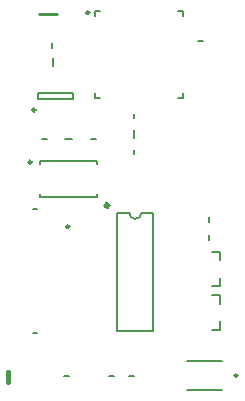
<source format=gto>
%TF.GenerationSoftware,Altium Limited,Altium Designer,23.2.1 (34)*%
G04 Layer_Color=65535*
%FSLAX45Y45*%
%MOMM*%
%TF.SameCoordinates,A812FC76-EFF7-42A6-A9F1-56CA2D28D9A5*%
%TF.FilePolarity,Positive*%
%TF.FileFunction,Legend,Top*%
%TF.Part,Single*%
G01*
G75*
%TA.AperFunction,NonConductor*%
%ADD38C,0.25000*%
%ADD39C,0.45720*%
%ADD40C,0.20320*%
%ADD41C,0.20000*%
%ADD42C,0.15000*%
%ADD43C,0.40000*%
%ADD44C,0.25400*%
D38*
X914270Y-470500D02*
G03*
X914270Y-470500I-12500J0D01*
G01*
X2169800Y-3543300D02*
G03*
X2169800Y-3543300I-12500J0D01*
G01*
X747500Y-2283200D02*
G03*
X747500Y-2283200I-12500J0D01*
G01*
X426600Y-1737100D02*
G03*
X426600Y-1737100I-12500J0D01*
G01*
X458900Y-1295400D02*
G03*
X458900Y-1295400I-12500J0D01*
G01*
D39*
X1075310Y-2103600D02*
G03*
X1075310Y-2103600I-10920J0D01*
G01*
D40*
X1254889Y-2167000D02*
G03*
X1305690Y-2217800I50800J0D01*
G01*
Y-2217800D02*
G03*
X1356490Y-2167000I0J50800D01*
G01*
X1153290Y-2167000D02*
X1254890D01*
X1356490D02*
X1458090D01*
D41*
X966770Y-1195500D02*
X1009270D01*
X966770D02*
Y-1153000D01*
X1664270Y-1195500D02*
X1706770D01*
Y-1153000D01*
Y-498000D02*
Y-455500D01*
X1664270D02*
X1706770D01*
X966770D02*
X1009270D01*
X966770Y-498000D02*
Y-455500D01*
X1742300Y-3668300D02*
X2042300D01*
X1742300Y-3418300D02*
X2042300D01*
X2020800Y-2569100D02*
Y-2496600D01*
X1955800D02*
X2020800D01*
Y-2786600D02*
Y-2714100D01*
X1955800Y-2786600D02*
X2020800D01*
Y-2937400D02*
Y-2864900D01*
X1955800D02*
X2020800D01*
Y-3154900D02*
Y-3082400D01*
X1955800Y-3154900D02*
X2020800D01*
X435000Y-3181700D02*
X475000D01*
X435000Y-2135700D02*
X475000D01*
X496600Y-1729600D02*
X976600D01*
X496600Y-2029600D02*
X976600D01*
X496600Y-1752100D02*
Y-1729600D01*
X976600Y-1752100D02*
Y-1729600D01*
X496600Y-2029600D02*
Y-2007100D01*
X976600Y-2029600D02*
Y-2007100D01*
X1153290Y-3167000D02*
Y-2167000D01*
X1458090Y-3167000D02*
Y-2167000D01*
X1153290Y-3167000D02*
X1458090D01*
X478900Y-1200400D02*
Y-1150400D01*
X778900Y-1200400D02*
Y-1150400D01*
X478900Y-1200400D02*
X778900D01*
X478900Y-1150400D02*
X778900D01*
X1295400Y-1528600D02*
Y-1468600D01*
X609600Y-919000D02*
Y-859000D01*
X706600Y-1536700D02*
X766600D01*
D42*
X1930400Y-2242500D02*
Y-2202500D01*
X1084900Y-3543300D02*
X1124900D01*
X1834200Y-711200D02*
X1874200D01*
X1930400Y-2394900D02*
Y-2354900D01*
X1250000Y-3543300D02*
X1290000D01*
X703900D02*
X743900D01*
X1295400Y-1671000D02*
Y-1631000D01*
X932500Y-1536700D02*
X972500D01*
X1295400Y-1366200D02*
Y-1326200D01*
X596900Y-769300D02*
Y-729300D01*
X513400Y-1536700D02*
X553400D01*
D43*
X228712Y-3595342D02*
Y-3515342D01*
D44*
X485488Y-484052D02*
X640428D01*
%TF.MD5,d56a328e3aebffe2e13ce68e4a08b230*%
M02*

</source>
